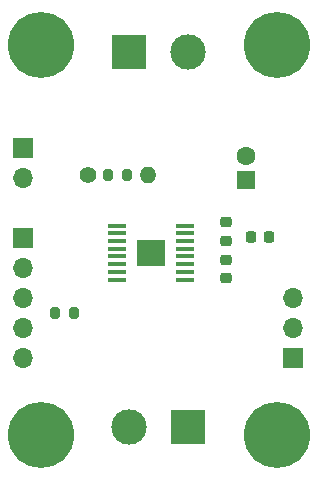
<source format=gbr>
%TF.GenerationSoftware,KiCad,Pcbnew,(7.0.0)*%
%TF.CreationDate,2023-05-21T11:30:13-07:00*%
%TF.ProjectId,DRV8874-breakout-board,44525638-3837-4342-9d62-7265616b6f75,rev?*%
%TF.SameCoordinates,Original*%
%TF.FileFunction,Soldermask,Top*%
%TF.FilePolarity,Negative*%
%FSLAX46Y46*%
G04 Gerber Fmt 4.6, Leading zero omitted, Abs format (unit mm)*
G04 Created by KiCad (PCBNEW (7.0.0)) date 2023-05-21 11:30:13*
%MOMM*%
%LPD*%
G01*
G04 APERTURE LIST*
G04 Aperture macros list*
%AMRoundRect*
0 Rectangle with rounded corners*
0 $1 Rounding radius*
0 $2 $3 $4 $5 $6 $7 $8 $9 X,Y pos of 4 corners*
0 Add a 4 corners polygon primitive as box body*
4,1,4,$2,$3,$4,$5,$6,$7,$8,$9,$2,$3,0*
0 Add four circle primitives for the rounded corners*
1,1,$1+$1,$2,$3*
1,1,$1+$1,$4,$5*
1,1,$1+$1,$6,$7*
1,1,$1+$1,$8,$9*
0 Add four rect primitives between the rounded corners*
20,1,$1+$1,$2,$3,$4,$5,0*
20,1,$1+$1,$4,$5,$6,$7,0*
20,1,$1+$1,$6,$7,$8,$9,0*
20,1,$1+$1,$8,$9,$2,$3,0*%
G04 Aperture macros list end*
%ADD10R,1.700000X1.700000*%
%ADD11O,1.700000X1.700000*%
%ADD12R,2.460000X2.310000*%
%ADD13RoundRect,0.100000X-0.687500X-0.100000X0.687500X-0.100000X0.687500X0.100000X-0.687500X0.100000X0*%
%ADD14RoundRect,0.225000X0.250000X-0.225000X0.250000X0.225000X-0.250000X0.225000X-0.250000X-0.225000X0*%
%ADD15C,5.600000*%
%ADD16R,3.000000X3.000000*%
%ADD17C,3.000000*%
%ADD18R,1.600000X1.600000*%
%ADD19C,1.600000*%
%ADD20C,1.400000*%
%ADD21O,1.400000X1.400000*%
%ADD22RoundRect,0.200000X0.200000X0.275000X-0.200000X0.275000X-0.200000X-0.275000X0.200000X-0.275000X0*%
%ADD23RoundRect,0.225000X0.225000X0.250000X-0.225000X0.250000X-0.225000X-0.250000X0.225000X-0.250000X0*%
%ADD24RoundRect,0.200000X-0.200000X-0.275000X0.200000X-0.275000X0.200000X0.275000X-0.200000X0.275000X0*%
G04 APERTURE END LIST*
D10*
%TO.C,J105*%
X141959999Y-105679999D03*
D11*
X141959999Y-103139999D03*
X141959999Y-100599999D03*
%TD*%
D12*
%TO.C,U101*%
X129949999Y-96799999D03*
D13*
X127087500Y-94525000D03*
X127087500Y-95175000D03*
X127087500Y-95825000D03*
X127087500Y-96475000D03*
X127087500Y-97125000D03*
X127087500Y-97775000D03*
X127087500Y-98425000D03*
X127087500Y-99075000D03*
X132812500Y-99075000D03*
X132812500Y-98425000D03*
X132812500Y-97775000D03*
X132812500Y-97125000D03*
X132812500Y-96475000D03*
X132812500Y-95825000D03*
X132812500Y-95175000D03*
X132812500Y-94525000D03*
%TD*%
D10*
%TO.C,J104*%
X119099999Y-95519999D03*
D11*
X119099999Y-98059999D03*
X119099999Y-100599999D03*
X119099999Y-103139999D03*
X119099999Y-105679999D03*
%TD*%
D14*
%TO.C,C101*%
X136300000Y-95775000D03*
X136300000Y-94225000D03*
%TD*%
D15*
%TO.C,H104*%
X140600000Y-112200000D03*
%TD*%
D16*
%TO.C,J103*%
X128099999Y-79799999D03*
D17*
X133100000Y-79800000D03*
%TD*%
D18*
%TO.C,C104*%
X137999999Y-90655112D03*
D19*
X138000000Y-88655113D03*
%TD*%
D20*
%TO.C,R103*%
X124600000Y-90200000D03*
D21*
X129679999Y-90199999D03*
%TD*%
D14*
%TO.C,C102*%
X136300000Y-98975000D03*
X136300000Y-97425000D03*
%TD*%
D15*
%TO.C,H103*%
X120600000Y-112200000D03*
%TD*%
D22*
%TO.C,R101*%
X123425000Y-101900000D03*
X121775000Y-101900000D03*
%TD*%
D23*
%TO.C,C103*%
X139975000Y-95500000D03*
X138425000Y-95500000D03*
%TD*%
D10*
%TO.C,J102*%
X119099999Y-87899999D03*
D11*
X119099999Y-90439999D03*
%TD*%
D24*
%TO.C,R102*%
X126275000Y-90200000D03*
X127925000Y-90200000D03*
%TD*%
D15*
%TO.C,H102*%
X140600000Y-79200000D03*
%TD*%
D16*
%TO.C,J101*%
X133099999Y-111599999D03*
D17*
X128100000Y-111600000D03*
%TD*%
D15*
%TO.C,H101*%
X120600000Y-79200000D03*
%TD*%
M02*

</source>
